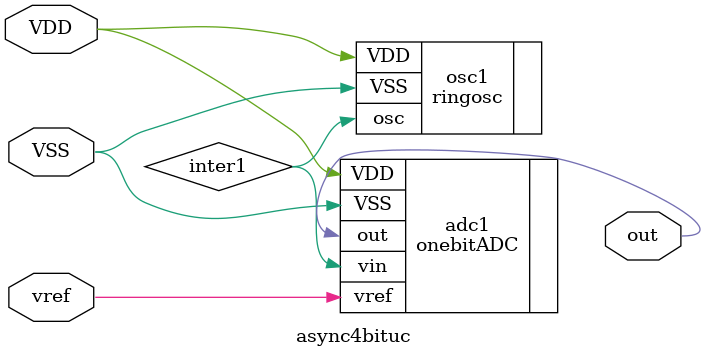
<source format=v>
/* Generated by Yosys 0.13+15 (git sha1 bc027b2ca, gcc 9.4.0-1ubuntu1~20.04.1 -fPIC -Os) */

module async4bituc(VDD, VSS, vref, out);
  input VDD;
  input VSS;
  wire inter1;
  output out;
  input vref;
  onebitADC adc1 (
    .VDD(VDD),
    .VSS(VSS),
    .out(out),
    .vin(inter1),
    .vref(vref)
  );
  ringosc osc1 (
    .VDD(VDD),
    .VSS(VSS),
    .osc(inter1)
  );
endmodule

</source>
